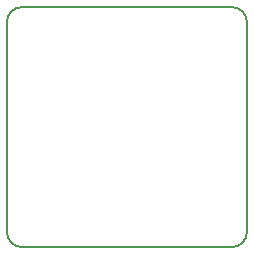
<source format=gm1>
G04 #@! TF.FileFunction,Profile,NP*
%FSLAX46Y46*%
G04 Gerber Fmt 4.6, Leading zero omitted, Abs format (unit mm)*
G04 Created by KiCad (PCBNEW 4.0.7) date 09/26/17 00:03:47*
%MOMM*%
%LPD*%
G01*
G04 APERTURE LIST*
%ADD10C,0.100000*%
%ADD11C,0.150000*%
G04 APERTURE END LIST*
D10*
D11*
X127000000Y-64770000D02*
G75*
G03X125730000Y-66040000I0J-1270000D01*
G01*
X125730000Y-83820000D02*
G75*
G03X127000000Y-85090000I1270000J0D01*
G01*
X144780000Y-85090000D02*
G75*
G03X146050000Y-83820000I0J1270000D01*
G01*
X146050000Y-66040000D02*
G75*
G03X144780000Y-64770000I-1270000J0D01*
G01*
X125730000Y-83820000D02*
X125730000Y-66040000D01*
X144780000Y-85090000D02*
X127000000Y-85090000D01*
X146050000Y-66040000D02*
X146050000Y-83820000D01*
X127000000Y-64770000D02*
X144780000Y-64770000D01*
M02*

</source>
